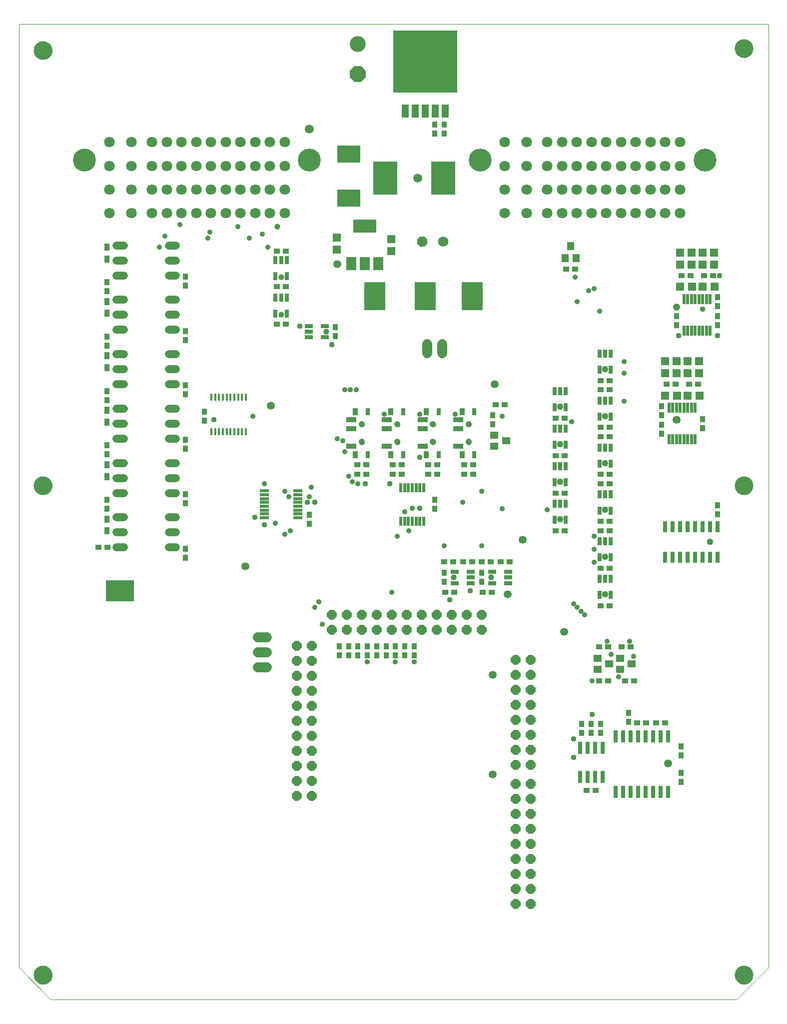
<source format=gts>
G75*
G70*
%OFA0B0*%
%FSLAX24Y24*%
%IPPOS*%
%LPD*%
%AMOC8*
5,1,8,0,0,1.08239X$1,22.5*
%
%ADD10C,0.0000*%
%ADD11OC8,0.0651*%
%ADD12R,0.4312X0.4158*%
%ADD13R,0.0480X0.0910*%
%ADD14R,0.0375X0.0414*%
%ADD15R,0.1635X0.2186*%
%ADD16OC8,0.0690*%
%ADD17C,0.0690*%
%ADD18R,0.0270X0.0840*%
%ADD19R,0.0414X0.0375*%
%ADD20R,0.0454X0.0560*%
%ADD21R,0.0650X0.0850*%
%ADD22R,0.1560X0.0850*%
%ADD23R,0.0572X0.0532*%
%ADD24C,0.1060*%
%ADD25OC8,0.1060*%
%ADD26C,0.0710*%
%ADD27C,0.1523*%
%ADD28C,0.1241*%
%ADD29R,0.0375X0.0454*%
%ADD30C,0.0540*%
%ADD31R,0.0180X0.0450*%
%ADD32R,0.0560X0.0454*%
%ADD33R,0.0580X0.0280*%
%ADD34R,0.0280X0.0580*%
%ADD35R,0.0200X0.0690*%
%ADD36R,0.0532X0.0572*%
%ADD37R,0.0270X0.0730*%
%ADD38R,0.0200X0.0640*%
%ADD39R,0.0651X0.0336*%
%ADD40R,0.0296X0.0454*%
%ADD41C,0.0414*%
%ADD42R,0.0640X0.0200*%
%ADD43C,0.0651*%
%ADD44R,0.1910X0.1399*%
%ADD45R,0.1556X0.1162*%
%ADD46R,0.1399X0.1910*%
%ADD47C,0.0660*%
%ADD48OC8,0.0350*%
%ADD49C,0.0350*%
%ADD50C,0.0532*%
%ADD51C,0.0397*%
%ADD52C,0.0436*%
%ADD53C,0.0591*%
%ADD54C,0.0476*%
D10*
X000100Y002300D02*
X002225Y000175D01*
X047975Y000175D01*
X050100Y002300D01*
X050100Y065175D01*
X000100Y065175D01*
X000100Y002300D01*
X001134Y001800D02*
X001136Y001848D01*
X001142Y001896D01*
X001152Y001943D01*
X001165Y001989D01*
X001183Y002034D01*
X001203Y002078D01*
X001228Y002120D01*
X001256Y002159D01*
X001286Y002196D01*
X001320Y002230D01*
X001357Y002262D01*
X001395Y002291D01*
X001436Y002316D01*
X001479Y002338D01*
X001524Y002356D01*
X001570Y002370D01*
X001617Y002381D01*
X001665Y002388D01*
X001713Y002391D01*
X001761Y002390D01*
X001809Y002385D01*
X001857Y002376D01*
X001903Y002364D01*
X001948Y002347D01*
X001992Y002327D01*
X002034Y002304D01*
X002074Y002277D01*
X002112Y002247D01*
X002147Y002214D01*
X002179Y002178D01*
X002209Y002140D01*
X002235Y002099D01*
X002257Y002056D01*
X002277Y002012D01*
X002292Y001967D01*
X002304Y001920D01*
X002312Y001872D01*
X002316Y001824D01*
X002316Y001776D01*
X002312Y001728D01*
X002304Y001680D01*
X002292Y001633D01*
X002277Y001588D01*
X002257Y001544D01*
X002235Y001501D01*
X002209Y001460D01*
X002179Y001422D01*
X002147Y001386D01*
X002112Y001353D01*
X002074Y001323D01*
X002034Y001296D01*
X001992Y001273D01*
X001948Y001253D01*
X001903Y001236D01*
X001857Y001224D01*
X001809Y001215D01*
X001761Y001210D01*
X001713Y001209D01*
X001665Y001212D01*
X001617Y001219D01*
X001570Y001230D01*
X001524Y001244D01*
X001479Y001262D01*
X001436Y001284D01*
X001395Y001309D01*
X001357Y001338D01*
X001320Y001370D01*
X001286Y001404D01*
X001256Y001441D01*
X001228Y001480D01*
X001203Y001522D01*
X001183Y001566D01*
X001165Y001611D01*
X001152Y001657D01*
X001142Y001704D01*
X001136Y001752D01*
X001134Y001800D01*
X001134Y034425D02*
X001136Y034473D01*
X001142Y034521D01*
X001152Y034568D01*
X001165Y034614D01*
X001183Y034659D01*
X001203Y034703D01*
X001228Y034745D01*
X001256Y034784D01*
X001286Y034821D01*
X001320Y034855D01*
X001357Y034887D01*
X001395Y034916D01*
X001436Y034941D01*
X001479Y034963D01*
X001524Y034981D01*
X001570Y034995D01*
X001617Y035006D01*
X001665Y035013D01*
X001713Y035016D01*
X001761Y035015D01*
X001809Y035010D01*
X001857Y035001D01*
X001903Y034989D01*
X001948Y034972D01*
X001992Y034952D01*
X002034Y034929D01*
X002074Y034902D01*
X002112Y034872D01*
X002147Y034839D01*
X002179Y034803D01*
X002209Y034765D01*
X002235Y034724D01*
X002257Y034681D01*
X002277Y034637D01*
X002292Y034592D01*
X002304Y034545D01*
X002312Y034497D01*
X002316Y034449D01*
X002316Y034401D01*
X002312Y034353D01*
X002304Y034305D01*
X002292Y034258D01*
X002277Y034213D01*
X002257Y034169D01*
X002235Y034126D01*
X002209Y034085D01*
X002179Y034047D01*
X002147Y034011D01*
X002112Y033978D01*
X002074Y033948D01*
X002034Y033921D01*
X001992Y033898D01*
X001948Y033878D01*
X001903Y033861D01*
X001857Y033849D01*
X001809Y033840D01*
X001761Y033835D01*
X001713Y033834D01*
X001665Y033837D01*
X001617Y033844D01*
X001570Y033855D01*
X001524Y033869D01*
X001479Y033887D01*
X001436Y033909D01*
X001395Y033934D01*
X001357Y033963D01*
X001320Y033995D01*
X001286Y034029D01*
X001256Y034066D01*
X001228Y034105D01*
X001203Y034147D01*
X001183Y034191D01*
X001165Y034236D01*
X001152Y034282D01*
X001142Y034329D01*
X001136Y034377D01*
X001134Y034425D01*
X022798Y037334D02*
X022800Y037360D01*
X022806Y037386D01*
X022816Y037411D01*
X022829Y037434D01*
X022845Y037454D01*
X022865Y037472D01*
X022887Y037487D01*
X022910Y037499D01*
X022936Y037507D01*
X022962Y037511D01*
X022988Y037511D01*
X023014Y037507D01*
X023040Y037499D01*
X023064Y037487D01*
X023085Y037472D01*
X023105Y037454D01*
X023121Y037434D01*
X023134Y037411D01*
X023144Y037386D01*
X023150Y037360D01*
X023152Y037334D01*
X023150Y037308D01*
X023144Y037282D01*
X023134Y037257D01*
X023121Y037234D01*
X023105Y037214D01*
X023085Y037196D01*
X023063Y037181D01*
X023040Y037169D01*
X023014Y037161D01*
X022988Y037157D01*
X022962Y037157D01*
X022936Y037161D01*
X022910Y037169D01*
X022886Y037181D01*
X022865Y037196D01*
X022845Y037214D01*
X022829Y037234D01*
X022816Y037257D01*
X022806Y037282D01*
X022800Y037308D01*
X022798Y037334D01*
X022798Y038516D02*
X022800Y038542D01*
X022806Y038568D01*
X022816Y038593D01*
X022829Y038616D01*
X022845Y038636D01*
X022865Y038654D01*
X022887Y038669D01*
X022910Y038681D01*
X022936Y038689D01*
X022962Y038693D01*
X022988Y038693D01*
X023014Y038689D01*
X023040Y038681D01*
X023064Y038669D01*
X023085Y038654D01*
X023105Y038636D01*
X023121Y038616D01*
X023134Y038593D01*
X023144Y038568D01*
X023150Y038542D01*
X023152Y038516D01*
X023150Y038490D01*
X023144Y038464D01*
X023134Y038439D01*
X023121Y038416D01*
X023105Y038396D01*
X023085Y038378D01*
X023063Y038363D01*
X023040Y038351D01*
X023014Y038343D01*
X022988Y038339D01*
X022962Y038339D01*
X022936Y038343D01*
X022910Y038351D01*
X022886Y038363D01*
X022865Y038378D01*
X022845Y038396D01*
X022829Y038416D01*
X022816Y038439D01*
X022806Y038464D01*
X022800Y038490D01*
X022798Y038516D01*
X025173Y038516D02*
X025175Y038542D01*
X025181Y038568D01*
X025191Y038593D01*
X025204Y038616D01*
X025220Y038636D01*
X025240Y038654D01*
X025262Y038669D01*
X025285Y038681D01*
X025311Y038689D01*
X025337Y038693D01*
X025363Y038693D01*
X025389Y038689D01*
X025415Y038681D01*
X025439Y038669D01*
X025460Y038654D01*
X025480Y038636D01*
X025496Y038616D01*
X025509Y038593D01*
X025519Y038568D01*
X025525Y038542D01*
X025527Y038516D01*
X025525Y038490D01*
X025519Y038464D01*
X025509Y038439D01*
X025496Y038416D01*
X025480Y038396D01*
X025460Y038378D01*
X025438Y038363D01*
X025415Y038351D01*
X025389Y038343D01*
X025363Y038339D01*
X025337Y038339D01*
X025311Y038343D01*
X025285Y038351D01*
X025261Y038363D01*
X025240Y038378D01*
X025220Y038396D01*
X025204Y038416D01*
X025191Y038439D01*
X025181Y038464D01*
X025175Y038490D01*
X025173Y038516D01*
X025173Y037334D02*
X025175Y037360D01*
X025181Y037386D01*
X025191Y037411D01*
X025204Y037434D01*
X025220Y037454D01*
X025240Y037472D01*
X025262Y037487D01*
X025285Y037499D01*
X025311Y037507D01*
X025337Y037511D01*
X025363Y037511D01*
X025389Y037507D01*
X025415Y037499D01*
X025439Y037487D01*
X025460Y037472D01*
X025480Y037454D01*
X025496Y037434D01*
X025509Y037411D01*
X025519Y037386D01*
X025525Y037360D01*
X025527Y037334D01*
X025525Y037308D01*
X025519Y037282D01*
X025509Y037257D01*
X025496Y037234D01*
X025480Y037214D01*
X025460Y037196D01*
X025438Y037181D01*
X025415Y037169D01*
X025389Y037161D01*
X025363Y037157D01*
X025337Y037157D01*
X025311Y037161D01*
X025285Y037169D01*
X025261Y037181D01*
X025240Y037196D01*
X025220Y037214D01*
X025204Y037234D01*
X025191Y037257D01*
X025181Y037282D01*
X025175Y037308D01*
X025173Y037334D01*
X027548Y037334D02*
X027550Y037360D01*
X027556Y037386D01*
X027566Y037411D01*
X027579Y037434D01*
X027595Y037454D01*
X027615Y037472D01*
X027637Y037487D01*
X027660Y037499D01*
X027686Y037507D01*
X027712Y037511D01*
X027738Y037511D01*
X027764Y037507D01*
X027790Y037499D01*
X027814Y037487D01*
X027835Y037472D01*
X027855Y037454D01*
X027871Y037434D01*
X027884Y037411D01*
X027894Y037386D01*
X027900Y037360D01*
X027902Y037334D01*
X027900Y037308D01*
X027894Y037282D01*
X027884Y037257D01*
X027871Y037234D01*
X027855Y037214D01*
X027835Y037196D01*
X027813Y037181D01*
X027790Y037169D01*
X027764Y037161D01*
X027738Y037157D01*
X027712Y037157D01*
X027686Y037161D01*
X027660Y037169D01*
X027636Y037181D01*
X027615Y037196D01*
X027595Y037214D01*
X027579Y037234D01*
X027566Y037257D01*
X027556Y037282D01*
X027550Y037308D01*
X027548Y037334D01*
X027548Y038516D02*
X027550Y038542D01*
X027556Y038568D01*
X027566Y038593D01*
X027579Y038616D01*
X027595Y038636D01*
X027615Y038654D01*
X027637Y038669D01*
X027660Y038681D01*
X027686Y038689D01*
X027712Y038693D01*
X027738Y038693D01*
X027764Y038689D01*
X027790Y038681D01*
X027814Y038669D01*
X027835Y038654D01*
X027855Y038636D01*
X027871Y038616D01*
X027884Y038593D01*
X027894Y038568D01*
X027900Y038542D01*
X027902Y038516D01*
X027900Y038490D01*
X027894Y038464D01*
X027884Y038439D01*
X027871Y038416D01*
X027855Y038396D01*
X027835Y038378D01*
X027813Y038363D01*
X027790Y038351D01*
X027764Y038343D01*
X027738Y038339D01*
X027712Y038339D01*
X027686Y038343D01*
X027660Y038351D01*
X027636Y038363D01*
X027615Y038378D01*
X027595Y038396D01*
X027579Y038416D01*
X027566Y038439D01*
X027556Y038464D01*
X027550Y038490D01*
X027548Y038516D01*
X029923Y038516D02*
X029925Y038542D01*
X029931Y038568D01*
X029941Y038593D01*
X029954Y038616D01*
X029970Y038636D01*
X029990Y038654D01*
X030012Y038669D01*
X030035Y038681D01*
X030061Y038689D01*
X030087Y038693D01*
X030113Y038693D01*
X030139Y038689D01*
X030165Y038681D01*
X030189Y038669D01*
X030210Y038654D01*
X030230Y038636D01*
X030246Y038616D01*
X030259Y038593D01*
X030269Y038568D01*
X030275Y038542D01*
X030277Y038516D01*
X030275Y038490D01*
X030269Y038464D01*
X030259Y038439D01*
X030246Y038416D01*
X030230Y038396D01*
X030210Y038378D01*
X030188Y038363D01*
X030165Y038351D01*
X030139Y038343D01*
X030113Y038339D01*
X030087Y038339D01*
X030061Y038343D01*
X030035Y038351D01*
X030011Y038363D01*
X029990Y038378D01*
X029970Y038396D01*
X029954Y038416D01*
X029941Y038439D01*
X029931Y038464D01*
X029925Y038490D01*
X029923Y038516D01*
X029923Y037334D02*
X029925Y037360D01*
X029931Y037386D01*
X029941Y037411D01*
X029954Y037434D01*
X029970Y037454D01*
X029990Y037472D01*
X030012Y037487D01*
X030035Y037499D01*
X030061Y037507D01*
X030087Y037511D01*
X030113Y037511D01*
X030139Y037507D01*
X030165Y037499D01*
X030189Y037487D01*
X030210Y037472D01*
X030230Y037454D01*
X030246Y037434D01*
X030259Y037411D01*
X030269Y037386D01*
X030275Y037360D01*
X030277Y037334D01*
X030275Y037308D01*
X030269Y037282D01*
X030259Y037257D01*
X030246Y037234D01*
X030230Y037214D01*
X030210Y037196D01*
X030188Y037181D01*
X030165Y037169D01*
X030139Y037161D01*
X030113Y037157D01*
X030087Y037157D01*
X030061Y037161D01*
X030035Y037169D01*
X030011Y037181D01*
X029990Y037196D01*
X029970Y037214D01*
X029954Y037234D01*
X029941Y037257D01*
X029931Y037282D01*
X029925Y037308D01*
X029923Y037334D01*
X047884Y034425D02*
X047886Y034473D01*
X047892Y034521D01*
X047902Y034568D01*
X047915Y034614D01*
X047933Y034659D01*
X047953Y034703D01*
X047978Y034745D01*
X048006Y034784D01*
X048036Y034821D01*
X048070Y034855D01*
X048107Y034887D01*
X048145Y034916D01*
X048186Y034941D01*
X048229Y034963D01*
X048274Y034981D01*
X048320Y034995D01*
X048367Y035006D01*
X048415Y035013D01*
X048463Y035016D01*
X048511Y035015D01*
X048559Y035010D01*
X048607Y035001D01*
X048653Y034989D01*
X048698Y034972D01*
X048742Y034952D01*
X048784Y034929D01*
X048824Y034902D01*
X048862Y034872D01*
X048897Y034839D01*
X048929Y034803D01*
X048959Y034765D01*
X048985Y034724D01*
X049007Y034681D01*
X049027Y034637D01*
X049042Y034592D01*
X049054Y034545D01*
X049062Y034497D01*
X049066Y034449D01*
X049066Y034401D01*
X049062Y034353D01*
X049054Y034305D01*
X049042Y034258D01*
X049027Y034213D01*
X049007Y034169D01*
X048985Y034126D01*
X048959Y034085D01*
X048929Y034047D01*
X048897Y034011D01*
X048862Y033978D01*
X048824Y033948D01*
X048784Y033921D01*
X048742Y033898D01*
X048698Y033878D01*
X048653Y033861D01*
X048607Y033849D01*
X048559Y033840D01*
X048511Y033835D01*
X048463Y033834D01*
X048415Y033837D01*
X048367Y033844D01*
X048320Y033855D01*
X048274Y033869D01*
X048229Y033887D01*
X048186Y033909D01*
X048145Y033934D01*
X048107Y033963D01*
X048070Y033995D01*
X048036Y034029D01*
X048006Y034066D01*
X047978Y034105D01*
X047953Y034147D01*
X047933Y034191D01*
X047915Y034236D01*
X047902Y034282D01*
X047892Y034329D01*
X047886Y034377D01*
X047884Y034425D01*
X047884Y063550D02*
X047886Y063598D01*
X047892Y063646D01*
X047902Y063693D01*
X047915Y063739D01*
X047933Y063784D01*
X047953Y063828D01*
X047978Y063870D01*
X048006Y063909D01*
X048036Y063946D01*
X048070Y063980D01*
X048107Y064012D01*
X048145Y064041D01*
X048186Y064066D01*
X048229Y064088D01*
X048274Y064106D01*
X048320Y064120D01*
X048367Y064131D01*
X048415Y064138D01*
X048463Y064141D01*
X048511Y064140D01*
X048559Y064135D01*
X048607Y064126D01*
X048653Y064114D01*
X048698Y064097D01*
X048742Y064077D01*
X048784Y064054D01*
X048824Y064027D01*
X048862Y063997D01*
X048897Y063964D01*
X048929Y063928D01*
X048959Y063890D01*
X048985Y063849D01*
X049007Y063806D01*
X049027Y063762D01*
X049042Y063717D01*
X049054Y063670D01*
X049062Y063622D01*
X049066Y063574D01*
X049066Y063526D01*
X049062Y063478D01*
X049054Y063430D01*
X049042Y063383D01*
X049027Y063338D01*
X049007Y063294D01*
X048985Y063251D01*
X048959Y063210D01*
X048929Y063172D01*
X048897Y063136D01*
X048862Y063103D01*
X048824Y063073D01*
X048784Y063046D01*
X048742Y063023D01*
X048698Y063003D01*
X048653Y062986D01*
X048607Y062974D01*
X048559Y062965D01*
X048511Y062960D01*
X048463Y062959D01*
X048415Y062962D01*
X048367Y062969D01*
X048320Y062980D01*
X048274Y062994D01*
X048229Y063012D01*
X048186Y063034D01*
X048145Y063059D01*
X048107Y063088D01*
X048070Y063120D01*
X048036Y063154D01*
X048006Y063191D01*
X047978Y063230D01*
X047953Y063272D01*
X047933Y063316D01*
X047915Y063361D01*
X047902Y063407D01*
X047892Y063454D01*
X047886Y063502D01*
X047884Y063550D01*
X001134Y063425D02*
X001136Y063473D01*
X001142Y063521D01*
X001152Y063568D01*
X001165Y063614D01*
X001183Y063659D01*
X001203Y063703D01*
X001228Y063745D01*
X001256Y063784D01*
X001286Y063821D01*
X001320Y063855D01*
X001357Y063887D01*
X001395Y063916D01*
X001436Y063941D01*
X001479Y063963D01*
X001524Y063981D01*
X001570Y063995D01*
X001617Y064006D01*
X001665Y064013D01*
X001713Y064016D01*
X001761Y064015D01*
X001809Y064010D01*
X001857Y064001D01*
X001903Y063989D01*
X001948Y063972D01*
X001992Y063952D01*
X002034Y063929D01*
X002074Y063902D01*
X002112Y063872D01*
X002147Y063839D01*
X002179Y063803D01*
X002209Y063765D01*
X002235Y063724D01*
X002257Y063681D01*
X002277Y063637D01*
X002292Y063592D01*
X002304Y063545D01*
X002312Y063497D01*
X002316Y063449D01*
X002316Y063401D01*
X002312Y063353D01*
X002304Y063305D01*
X002292Y063258D01*
X002277Y063213D01*
X002257Y063169D01*
X002235Y063126D01*
X002209Y063085D01*
X002179Y063047D01*
X002147Y063011D01*
X002112Y062978D01*
X002074Y062948D01*
X002034Y062921D01*
X001992Y062898D01*
X001948Y062878D01*
X001903Y062861D01*
X001857Y062849D01*
X001809Y062840D01*
X001761Y062835D01*
X001713Y062834D01*
X001665Y062837D01*
X001617Y062844D01*
X001570Y062855D01*
X001524Y062869D01*
X001479Y062887D01*
X001436Y062909D01*
X001395Y062934D01*
X001357Y062963D01*
X001320Y062995D01*
X001286Y063029D01*
X001256Y063066D01*
X001228Y063105D01*
X001203Y063147D01*
X001183Y063191D01*
X001165Y063236D01*
X001152Y063282D01*
X001142Y063329D01*
X001136Y063377D01*
X001134Y063425D01*
X047884Y001800D02*
X047886Y001848D01*
X047892Y001896D01*
X047902Y001943D01*
X047915Y001989D01*
X047933Y002034D01*
X047953Y002078D01*
X047978Y002120D01*
X048006Y002159D01*
X048036Y002196D01*
X048070Y002230D01*
X048107Y002262D01*
X048145Y002291D01*
X048186Y002316D01*
X048229Y002338D01*
X048274Y002356D01*
X048320Y002370D01*
X048367Y002381D01*
X048415Y002388D01*
X048463Y002391D01*
X048511Y002390D01*
X048559Y002385D01*
X048607Y002376D01*
X048653Y002364D01*
X048698Y002347D01*
X048742Y002327D01*
X048784Y002304D01*
X048824Y002277D01*
X048862Y002247D01*
X048897Y002214D01*
X048929Y002178D01*
X048959Y002140D01*
X048985Y002099D01*
X049007Y002056D01*
X049027Y002012D01*
X049042Y001967D01*
X049054Y001920D01*
X049062Y001872D01*
X049066Y001824D01*
X049066Y001776D01*
X049062Y001728D01*
X049054Y001680D01*
X049042Y001633D01*
X049027Y001588D01*
X049007Y001544D01*
X048985Y001501D01*
X048959Y001460D01*
X048929Y001422D01*
X048897Y001386D01*
X048862Y001353D01*
X048824Y001323D01*
X048784Y001296D01*
X048742Y001273D01*
X048698Y001253D01*
X048653Y001236D01*
X048607Y001224D01*
X048559Y001215D01*
X048511Y001210D01*
X048463Y001209D01*
X048415Y001212D01*
X048367Y001219D01*
X048320Y001230D01*
X048274Y001244D01*
X048229Y001262D01*
X048186Y001284D01*
X048145Y001309D01*
X048107Y001338D01*
X048070Y001370D01*
X048036Y001404D01*
X048006Y001441D01*
X047978Y001480D01*
X047953Y001522D01*
X047933Y001566D01*
X047915Y001611D01*
X047902Y001657D01*
X047892Y001704D01*
X047886Y001752D01*
X047884Y001800D01*
D11*
X034250Y006550D03*
X034250Y007550D03*
X034250Y008550D03*
X034250Y009550D03*
X034250Y010550D03*
X034250Y011550D03*
X034250Y012550D03*
X034250Y013550D03*
X034250Y014550D03*
X033250Y014550D03*
X033250Y013550D03*
X033250Y012550D03*
X033250Y011550D03*
X033250Y010550D03*
X033250Y009550D03*
X033250Y008550D03*
X033250Y007550D03*
X033250Y006550D03*
X033252Y015806D03*
X033252Y016806D03*
X034252Y016806D03*
X034252Y015806D03*
X034252Y017806D03*
X034252Y018806D03*
X034252Y019806D03*
X034252Y020806D03*
X034252Y021806D03*
X034252Y022806D03*
X033252Y022806D03*
X033252Y021806D03*
X033252Y020806D03*
X033252Y019806D03*
X033252Y018806D03*
X033252Y017806D03*
X030975Y024800D03*
X030975Y025800D03*
X029975Y025800D03*
X029975Y024800D03*
X028975Y024800D03*
X028975Y025800D03*
X027975Y025800D03*
X027975Y024800D03*
X026975Y024800D03*
X026975Y025800D03*
X025975Y025800D03*
X025975Y024800D03*
X024975Y024800D03*
X024975Y025800D03*
X023975Y025800D03*
X023975Y024800D03*
X022975Y024800D03*
X022975Y025800D03*
X021975Y025800D03*
X021975Y024800D03*
X020975Y024800D03*
X020975Y025800D03*
X019638Y023763D03*
X019638Y022763D03*
X019638Y021763D03*
X019638Y020763D03*
X019638Y019763D03*
X019638Y018763D03*
X019638Y017763D03*
X019638Y016763D03*
X019638Y015763D03*
X019638Y014763D03*
X019638Y013763D03*
X018638Y013763D03*
X018638Y014763D03*
X018638Y015763D03*
X018638Y016763D03*
X018638Y017763D03*
X018638Y018763D03*
X018638Y019763D03*
X018638Y020763D03*
X018638Y021763D03*
X018638Y022763D03*
X018638Y023763D03*
D12*
X027225Y062675D03*
D13*
X027225Y059395D03*
X027895Y059395D03*
X028565Y059395D03*
X026555Y059395D03*
X025885Y059395D03*
D14*
X027850Y058475D03*
X027850Y057875D03*
X028475Y057875D03*
X028475Y058475D03*
X021225Y044975D03*
X021225Y044375D03*
X027850Y033475D03*
X027850Y032875D03*
X028475Y028600D03*
X028475Y028000D03*
X030975Y028000D03*
X030975Y028600D03*
X026475Y023725D03*
X026475Y023125D03*
X025850Y023125D03*
X025850Y023725D03*
X025225Y023725D03*
X025225Y023125D03*
X024600Y023125D03*
X024600Y023725D03*
X023975Y023725D03*
X023975Y023125D03*
X023350Y023125D03*
X023350Y023725D03*
X022725Y023725D03*
X022725Y023125D03*
X022100Y023125D03*
X022100Y023725D03*
X021475Y023725D03*
X021475Y023125D03*
X019475Y031875D03*
X019475Y032475D03*
X012475Y038750D03*
X012475Y039350D03*
X011225Y040500D03*
X011225Y041100D03*
X011225Y044125D03*
X011225Y044725D03*
X011225Y047750D03*
X011225Y048350D03*
X005975Y047975D03*
X005975Y047375D03*
X005975Y044350D03*
X005975Y043750D03*
X005975Y040725D03*
X005975Y040125D03*
X005975Y037100D03*
X005975Y036500D03*
X005975Y033475D03*
X005975Y032875D03*
X011225Y033250D03*
X011225Y033850D03*
X011225Y036875D03*
X011225Y037475D03*
X011225Y030225D03*
X011225Y029625D03*
X031725Y038500D03*
X031725Y039100D03*
X042975Y039125D03*
X042975Y039725D03*
X042975Y038475D03*
X042975Y037875D03*
X045725Y038250D03*
X045725Y038850D03*
X046725Y033100D03*
X046725Y032500D03*
X046725Y045125D03*
X046725Y045725D03*
X046725Y046375D03*
X046725Y046975D03*
X043975Y045725D03*
X043975Y045125D03*
X040788Y019288D03*
X040788Y018688D03*
X038913Y018538D03*
X038913Y017938D03*
X038288Y017938D03*
X038288Y018538D03*
X037663Y018538D03*
X037663Y017938D03*
X044288Y017038D03*
X044288Y016438D03*
X044288Y015288D03*
X044288Y014688D03*
D15*
X028404Y054925D03*
X024546Y054925D03*
D16*
X027025Y050675D03*
D17*
X028425Y050675D03*
D18*
X039913Y017713D03*
X040413Y017713D03*
X040913Y017713D03*
X041413Y017713D03*
X041913Y017713D03*
X042413Y017713D03*
X042913Y017713D03*
X043413Y017713D03*
X043413Y014013D03*
X042913Y014013D03*
X042413Y014013D03*
X041913Y014013D03*
X041413Y014013D03*
X040913Y014013D03*
X040413Y014013D03*
X039913Y014013D03*
X039038Y015018D03*
X038538Y015018D03*
X038038Y015018D03*
X037538Y015018D03*
X037538Y016958D03*
X038038Y016958D03*
X038538Y016958D03*
X039038Y016958D03*
D19*
X038588Y014113D03*
X037988Y014113D03*
X041363Y018613D03*
X041963Y018613D03*
X042613Y018613D03*
X043213Y018613D03*
X041150Y021425D03*
X040550Y021425D03*
X039400Y021425D03*
X038800Y021425D03*
X038800Y023675D03*
X039400Y023675D03*
X040300Y023675D03*
X040900Y023675D03*
X039525Y026425D03*
X038925Y026425D03*
X038925Y028925D03*
X039525Y028925D03*
X039525Y031425D03*
X038925Y031425D03*
X038925Y032050D03*
X039525Y032050D03*
X039525Y034550D03*
X038925Y034550D03*
X038925Y035175D03*
X039525Y035175D03*
X039525Y037675D03*
X038925Y037675D03*
X038925Y038300D03*
X039525Y038300D03*
X039525Y040800D03*
X038925Y040800D03*
X038925Y041425D03*
X039525Y041425D03*
X036525Y038925D03*
X035925Y038925D03*
X035925Y036425D03*
X036525Y036425D03*
X036525Y033925D03*
X035925Y033925D03*
X035925Y031425D03*
X036525Y031425D03*
X032838Y029363D03*
X032238Y029363D03*
X031588Y029363D03*
X030988Y029363D03*
X030338Y029363D03*
X029738Y029363D03*
X029088Y029363D03*
X028488Y029363D03*
X028550Y027300D03*
X029150Y027300D03*
X031050Y027300D03*
X031650Y027300D03*
X030400Y035175D03*
X029800Y035175D03*
X029800Y035800D03*
X030400Y035800D03*
X028025Y035800D03*
X027425Y035800D03*
X027425Y035175D03*
X028025Y035175D03*
X025650Y035175D03*
X025650Y035800D03*
X025050Y035800D03*
X025050Y035175D03*
X023275Y035175D03*
X022675Y035175D03*
X022675Y035800D03*
X023275Y035800D03*
X017900Y045175D03*
X017300Y045175D03*
X017300Y047675D03*
X017900Y047675D03*
X017900Y050050D03*
X017300Y050050D03*
X031925Y039800D03*
X032525Y039800D03*
X036613Y048863D03*
X037213Y048863D03*
X043300Y041175D03*
X043900Y041175D03*
X044800Y041175D03*
X045400Y041175D03*
X045800Y048425D03*
X046400Y048425D03*
X044900Y048425D03*
X044300Y048425D03*
X006025Y030300D03*
X005425Y030300D03*
D20*
X036538Y049594D03*
X037287Y049594D03*
X036913Y050381D03*
D21*
X024098Y049223D03*
X023198Y049223D03*
X022298Y049223D03*
D22*
X023188Y051703D03*
D23*
X024938Y050838D03*
X024938Y050038D03*
X021313Y050163D03*
X021313Y050963D03*
X043225Y042700D03*
X043975Y042700D03*
X043975Y041900D03*
X043225Y041900D03*
X044725Y041900D03*
X045475Y041900D03*
X045475Y042700D03*
X044725Y042700D03*
X044975Y049150D03*
X044225Y049150D03*
X044225Y049950D03*
X044975Y049950D03*
X045725Y049950D03*
X046475Y049950D03*
X046475Y049150D03*
X045725Y049150D03*
D24*
X022725Y063863D03*
D25*
X022725Y061863D03*
D26*
X017842Y057300D03*
X016858Y057300D03*
X015874Y057300D03*
X014889Y057300D03*
X013905Y057300D03*
X012921Y057300D03*
X011937Y057300D03*
X010952Y057300D03*
X009968Y057300D03*
X008984Y057300D03*
X007606Y057300D03*
X007606Y055725D03*
X008984Y055725D03*
X009968Y055725D03*
X010952Y055725D03*
X011937Y055725D03*
X012921Y055725D03*
X013905Y055725D03*
X014889Y055725D03*
X015874Y055725D03*
X016858Y055725D03*
X017842Y055725D03*
X017842Y054150D03*
X016858Y054150D03*
X015874Y054150D03*
X014889Y054150D03*
X013905Y054150D03*
X012921Y054150D03*
X011937Y054150D03*
X010952Y054150D03*
X009968Y054150D03*
X008984Y054150D03*
X007606Y054150D03*
X007606Y052576D03*
X008984Y052576D03*
X009968Y052576D03*
X010952Y052576D03*
X011937Y052576D03*
X012921Y052576D03*
X013905Y052576D03*
X014889Y052576D03*
X015874Y052576D03*
X016858Y052576D03*
X017842Y052576D03*
X006149Y052576D03*
X006149Y054150D03*
X006149Y055725D03*
X006149Y057300D03*
X032524Y057300D03*
X032524Y055725D03*
X033981Y055725D03*
X033981Y057300D03*
X035359Y057300D03*
X036343Y057300D03*
X037327Y057300D03*
X038312Y057300D03*
X039296Y057300D03*
X040280Y057300D03*
X041264Y057300D03*
X042249Y057300D03*
X043233Y057300D03*
X044217Y057300D03*
X044217Y055725D03*
X043233Y055725D03*
X042249Y055725D03*
X041264Y055725D03*
X040280Y055725D03*
X039296Y055725D03*
X038312Y055725D03*
X037327Y055725D03*
X036343Y055725D03*
X035359Y055725D03*
X035359Y054150D03*
X036343Y054150D03*
X037327Y054150D03*
X038312Y054150D03*
X039296Y054150D03*
X040280Y054150D03*
X041264Y054150D03*
X042249Y054150D03*
X043233Y054150D03*
X044217Y054150D03*
X044217Y052576D03*
X043233Y052576D03*
X042249Y052576D03*
X041264Y052576D03*
X040280Y052576D03*
X039296Y052576D03*
X038312Y052576D03*
X037327Y052576D03*
X036343Y052576D03*
X035359Y052576D03*
X033981Y052576D03*
X033981Y054150D03*
X032524Y054150D03*
X032524Y052576D03*
D27*
X030871Y056119D03*
X019496Y056119D03*
X004496Y056119D03*
X045871Y056119D03*
D28*
X048475Y063550D03*
X048475Y034425D03*
X048475Y001800D03*
X001725Y001800D03*
X001725Y034425D03*
X001725Y063425D03*
D29*
X005975Y050319D03*
X005975Y049531D03*
X005975Y046694D03*
X005975Y045906D03*
X005975Y043069D03*
X005975Y042281D03*
X005975Y039444D03*
X005975Y038656D03*
X005975Y035819D03*
X005975Y035031D03*
X005975Y032194D03*
X005975Y031406D03*
X022542Y036488D03*
X024917Y036488D03*
X027292Y036488D03*
X029667Y036488D03*
X029667Y039362D03*
X027292Y039362D03*
X024917Y039362D03*
X022542Y039362D03*
D30*
X010580Y039550D02*
X010100Y039550D01*
X010100Y038550D02*
X010580Y038550D01*
X010580Y037550D02*
X010100Y037550D01*
X010100Y035925D02*
X010580Y035925D01*
X010580Y034925D02*
X010100Y034925D01*
X010100Y033925D02*
X010580Y033925D01*
X010580Y032300D02*
X010100Y032300D01*
X010100Y031300D02*
X010580Y031300D01*
X010580Y030300D02*
X010100Y030300D01*
X007100Y030300D02*
X006620Y030300D01*
X006620Y031300D02*
X007100Y031300D01*
X007100Y032300D02*
X006620Y032300D01*
X006620Y033925D02*
X007100Y033925D01*
X007100Y034925D02*
X006620Y034925D01*
X006620Y035925D02*
X007100Y035925D01*
X007100Y037550D02*
X006620Y037550D01*
X006620Y038550D02*
X007100Y038550D01*
X007100Y039550D02*
X006620Y039550D01*
X006620Y041175D02*
X007100Y041175D01*
X007100Y042175D02*
X006620Y042175D01*
X006620Y043175D02*
X007100Y043175D01*
X007100Y044800D02*
X006620Y044800D01*
X006620Y045800D02*
X007100Y045800D01*
X007100Y046800D02*
X006620Y046800D01*
X006620Y048425D02*
X007100Y048425D01*
X007100Y049425D02*
X006620Y049425D01*
X006620Y050425D02*
X007100Y050425D01*
X010100Y050425D02*
X010580Y050425D01*
X010580Y049425D02*
X010100Y049425D01*
X010100Y048425D02*
X010580Y048425D01*
X010580Y046800D02*
X010100Y046800D01*
X010100Y045800D02*
X010580Y045800D01*
X010580Y044800D02*
X010100Y044800D01*
X010100Y043175D02*
X010580Y043175D01*
X010580Y042175D02*
X010100Y042175D01*
X010100Y041175D02*
X010580Y041175D01*
D31*
X012948Y040324D03*
X013204Y040324D03*
X013460Y040324D03*
X013716Y040324D03*
X013972Y040324D03*
X014228Y040324D03*
X014484Y040324D03*
X014740Y040324D03*
X014996Y040324D03*
X015252Y040324D03*
X015252Y038026D03*
X014996Y038026D03*
X014740Y038026D03*
X014484Y038026D03*
X014228Y038026D03*
X013972Y038026D03*
X013716Y038026D03*
X013460Y038026D03*
X013204Y038026D03*
X012948Y038026D03*
D32*
X031831Y037799D03*
X031831Y037051D03*
X032619Y037425D03*
X038706Y022924D03*
X039494Y022550D03*
X038706Y022176D03*
X040206Y022176D03*
X040994Y022550D03*
X040206Y022924D03*
D33*
X032765Y027930D03*
X032765Y028300D03*
X032765Y028670D03*
X031685Y028670D03*
X031685Y027930D03*
X030265Y027930D03*
X030265Y028300D03*
X030265Y028670D03*
X029185Y028670D03*
X029185Y027930D03*
X020515Y044305D03*
X020515Y045045D03*
X019435Y045045D03*
X019435Y044675D03*
X019435Y044305D03*
D34*
X017970Y045885D03*
X017230Y045885D03*
X017230Y046965D03*
X017600Y046965D03*
X017970Y046965D03*
X017970Y048385D03*
X017230Y048385D03*
X017230Y049465D03*
X017600Y049465D03*
X017970Y049465D03*
X035855Y040715D03*
X036225Y040715D03*
X036595Y040715D03*
X036595Y039635D03*
X035855Y039635D03*
X035855Y038215D03*
X036225Y038215D03*
X036595Y038215D03*
X036595Y037135D03*
X035855Y037135D03*
X035855Y035715D03*
X036225Y035715D03*
X036595Y035715D03*
X036595Y034635D03*
X035855Y034635D03*
X035855Y033215D03*
X036225Y033215D03*
X036595Y033215D03*
X036595Y032135D03*
X035855Y032135D03*
X038855Y032760D03*
X039595Y032760D03*
X039595Y033840D03*
X039225Y033840D03*
X038855Y033840D03*
X038855Y035885D03*
X039595Y035885D03*
X039595Y036965D03*
X039225Y036965D03*
X038855Y036965D03*
X038855Y039010D03*
X039595Y039010D03*
X039595Y040090D03*
X039225Y040090D03*
X038855Y040090D03*
X038855Y042135D03*
X039595Y042135D03*
X039595Y043215D03*
X039225Y043215D03*
X038855Y043215D03*
X038855Y030715D03*
X039225Y030715D03*
X039595Y030715D03*
X039595Y029635D03*
X038855Y029635D03*
X038855Y028215D03*
X039225Y028215D03*
X039595Y028215D03*
X039595Y027135D03*
X038855Y027135D03*
D35*
X043470Y037500D03*
X043730Y037500D03*
X043970Y037500D03*
X044230Y037500D03*
X044470Y037500D03*
X044730Y037500D03*
X044970Y037500D03*
X045230Y037500D03*
X045230Y039600D03*
X044970Y039600D03*
X044730Y039600D03*
X044470Y039600D03*
X044230Y039600D03*
X043970Y039600D03*
X043730Y039600D03*
X043470Y039600D03*
X044470Y044750D03*
X044730Y044750D03*
X044970Y044750D03*
X045230Y044750D03*
X045470Y044750D03*
X045730Y044750D03*
X045970Y044750D03*
X046230Y044750D03*
X046230Y046850D03*
X045970Y046850D03*
X045730Y046850D03*
X045470Y046850D03*
X045230Y046850D03*
X044970Y046850D03*
X044730Y046850D03*
X044470Y046850D03*
D36*
X044200Y047675D03*
X045000Y047675D03*
X045700Y047675D03*
X046500Y047675D03*
X045500Y040425D03*
X044700Y040425D03*
X044000Y040425D03*
X043200Y040425D03*
D37*
X043225Y031695D03*
X043725Y031695D03*
X044225Y031695D03*
X044725Y031695D03*
X045225Y031695D03*
X045725Y031695D03*
X046225Y031695D03*
X046725Y031695D03*
X046725Y029655D03*
X046225Y029655D03*
X045725Y029655D03*
X045225Y029655D03*
X044725Y029655D03*
X044225Y029655D03*
X043725Y029655D03*
X043225Y029655D03*
D38*
X027120Y032065D03*
X026860Y032065D03*
X026610Y032065D03*
X026350Y032065D03*
X026090Y032065D03*
X025840Y032065D03*
X025580Y032065D03*
X025580Y034285D03*
X025840Y034285D03*
X026090Y034285D03*
X026350Y034285D03*
X026610Y034285D03*
X026860Y034285D03*
X027120Y034285D03*
D39*
X027036Y037039D03*
X027036Y038220D03*
X027036Y038811D03*
X024661Y038811D03*
X024661Y038220D03*
X024661Y037039D03*
X022286Y037039D03*
X022286Y038220D03*
X022286Y038811D03*
X029411Y038811D03*
X029411Y038220D03*
X029411Y037039D03*
D40*
X030494Y036488D03*
X028119Y036488D03*
X025744Y036488D03*
X023369Y036488D03*
X023369Y039362D03*
X025744Y039362D03*
X028119Y039362D03*
X030494Y039362D03*
D41*
X030100Y038516D03*
X030100Y037334D03*
X027725Y037334D03*
X027725Y038516D03*
X025350Y038516D03*
X025350Y037334D03*
X022975Y037334D03*
X022975Y038516D03*
D42*
X018710Y034075D03*
X018710Y033815D03*
X018710Y033555D03*
X018710Y033305D03*
X018710Y033045D03*
X018710Y032795D03*
X018710Y032535D03*
X018710Y032275D03*
X016490Y032275D03*
X016490Y032535D03*
X016490Y032795D03*
X016490Y033045D03*
X016490Y033305D03*
X016490Y033555D03*
X016490Y033815D03*
X016490Y034075D03*
D43*
X027350Y043255D02*
X027350Y043845D01*
X028350Y043845D02*
X028350Y043255D01*
D44*
X006850Y027425D03*
D45*
X022100Y053593D03*
X022100Y056507D03*
D46*
X023850Y047050D03*
X027225Y047050D03*
X030350Y047050D03*
D47*
X016650Y024300D02*
X016050Y024300D01*
X016050Y023300D02*
X016650Y023300D01*
X016650Y022300D02*
X016050Y022300D01*
D48*
X016475Y031800D03*
X015850Y032300D03*
X019350Y033300D03*
X019850Y033300D03*
X023225Y034550D03*
X024850Y034550D03*
X026850Y032925D03*
X026850Y036300D03*
X020975Y043800D03*
X018850Y045050D03*
X013100Y038800D03*
X028850Y026800D03*
X030225Y027425D03*
X037100Y017550D03*
X037100Y016300D03*
X038350Y019175D03*
X044100Y044425D03*
X045725Y046175D03*
X046725Y044425D03*
X046850Y048425D03*
D49*
X040475Y042675D03*
X040475Y041925D03*
X040475Y040050D03*
X036975Y038675D03*
X032350Y039050D03*
X029225Y039175D03*
X026850Y039175D03*
X024475Y039175D03*
X022600Y040800D03*
X022225Y040800D03*
X021850Y040800D03*
X021350Y037550D03*
X021725Y037425D03*
X021850Y036675D03*
X022100Y035050D03*
X022350Y034675D03*
X022725Y034550D03*
X025350Y031050D03*
X026100Y031425D03*
X025850Y032675D03*
X026350Y032925D03*
X028475Y030425D03*
X029725Y033300D03*
X030975Y034050D03*
X032350Y032875D03*
X030975Y030425D03*
X035350Y032800D03*
X038475Y031050D03*
X038475Y030175D03*
X038475Y029300D03*
X037100Y026550D03*
X037350Y026300D03*
X037600Y026050D03*
X037850Y025800D03*
X039350Y024050D03*
X039600Y023175D03*
X040100Y021675D03*
X041100Y023050D03*
X040850Y024050D03*
X038350Y021425D03*
X026475Y022675D03*
X025225Y022675D03*
X023350Y022675D03*
X020350Y025175D03*
X019850Y026300D03*
X020100Y026675D03*
X017850Y031175D03*
X018225Y031425D03*
X017225Y031925D03*
X018100Y033675D03*
X017850Y034050D03*
X016475Y034550D03*
X019475Y033675D03*
X019600Y034300D03*
X015725Y039050D03*
X016725Y050300D03*
X016350Y051175D03*
X015475Y050925D03*
X014725Y051675D03*
X012850Y051300D03*
X012725Y050925D03*
X010850Y051800D03*
X009850Y051050D03*
X009475Y050300D03*
X024975Y027300D03*
X038850Y046050D03*
X038475Y047550D03*
X038100Y047425D03*
X037350Y046675D03*
X037225Y048300D03*
D50*
X031850Y041175D03*
X033725Y030800D03*
X032725Y027175D03*
X036475Y024675D03*
X031725Y021800D03*
X031725Y015175D03*
X043413Y015925D03*
X043975Y038800D03*
X021350Y049175D03*
X016913Y039738D03*
X015225Y029050D03*
D51*
X020600Y044675D03*
X017600Y045800D03*
X017600Y048300D03*
X017350Y051675D03*
X029100Y028300D03*
X031600Y028300D03*
D52*
X036225Y032175D03*
X036225Y034675D03*
X036225Y037175D03*
X036225Y039675D03*
X039225Y039050D03*
X039225Y035925D03*
X039225Y032800D03*
X039225Y029675D03*
X039225Y027175D03*
X046225Y030675D03*
X039225Y042175D03*
D53*
X026725Y054925D03*
X019475Y058175D03*
D54*
X043975Y046300D03*
M02*

</source>
